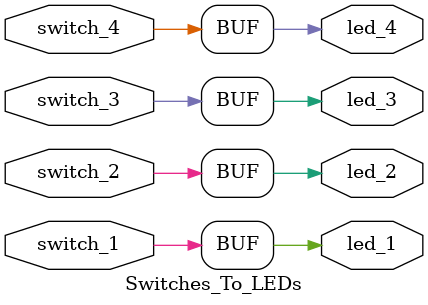
<source format=v>
module Switches_To_LEDs
 (input switch_1,
  input switch_2,
  input switch_3,
  input switch_4,
  output led_1,
  output led_2,
  output led_3,
  output led_4);
 
  assign led_1 = switch_1;
  assign led_2 = switch_2;
  assign led_3 = switch_3;
  assign led_4 = switch_4;
endmodule
</source>
